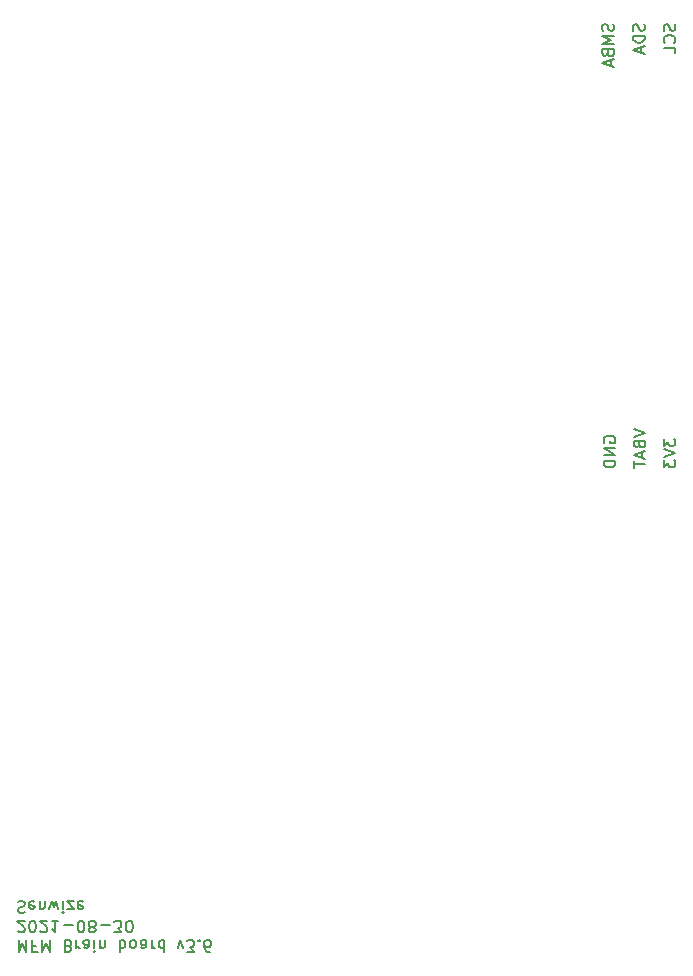
<source format=gbr>
%TF.GenerationSoftware,KiCad,Pcbnew,(5.1.10-1-10_14)*%
%TF.CreationDate,2021-08-31T00:30:18+02:00*%
%TF.ProjectId,mfm-v3-smd,6d666d2d-7633-42d7-936d-642e6b696361,rev?*%
%TF.SameCoordinates,Original*%
%TF.FileFunction,Legend,Bot*%
%TF.FilePolarity,Positive*%
%FSLAX46Y46*%
G04 Gerber Fmt 4.6, Leading zero omitted, Abs format (unit mm)*
G04 Created by KiCad (PCBNEW (5.1.10-1-10_14)) date 2021-08-31 00:30:18*
%MOMM*%
%LPD*%
G01*
G04 APERTURE LIST*
%ADD10C,0.150000*%
G04 APERTURE END LIST*
D10*
X28212095Y-162868619D02*
X28212095Y-163868619D01*
X28545428Y-163154333D01*
X28878761Y-163868619D01*
X28878761Y-162868619D01*
X29688285Y-163392428D02*
X29354952Y-163392428D01*
X29354952Y-162868619D02*
X29354952Y-163868619D01*
X29831142Y-163868619D01*
X30212095Y-162868619D02*
X30212095Y-163868619D01*
X30545428Y-163154333D01*
X30878761Y-163868619D01*
X30878761Y-162868619D01*
X32450190Y-163392428D02*
X32593047Y-163344809D01*
X32640666Y-163297190D01*
X32688285Y-163201952D01*
X32688285Y-163059095D01*
X32640666Y-162963857D01*
X32593047Y-162916238D01*
X32497809Y-162868619D01*
X32116857Y-162868619D01*
X32116857Y-163868619D01*
X32450190Y-163868619D01*
X32545428Y-163821000D01*
X32593047Y-163773380D01*
X32640666Y-163678142D01*
X32640666Y-163582904D01*
X32593047Y-163487666D01*
X32545428Y-163440047D01*
X32450190Y-163392428D01*
X32116857Y-163392428D01*
X33116857Y-162868619D02*
X33116857Y-163535285D01*
X33116857Y-163344809D02*
X33164476Y-163440047D01*
X33212095Y-163487666D01*
X33307333Y-163535285D01*
X33402571Y-163535285D01*
X34164476Y-162868619D02*
X34164476Y-163392428D01*
X34116857Y-163487666D01*
X34021619Y-163535285D01*
X33831142Y-163535285D01*
X33735904Y-163487666D01*
X34164476Y-162916238D02*
X34069238Y-162868619D01*
X33831142Y-162868619D01*
X33735904Y-162916238D01*
X33688285Y-163011476D01*
X33688285Y-163106714D01*
X33735904Y-163201952D01*
X33831142Y-163249571D01*
X34069238Y-163249571D01*
X34164476Y-163297190D01*
X34640666Y-162868619D02*
X34640666Y-163535285D01*
X34640666Y-163868619D02*
X34593047Y-163821000D01*
X34640666Y-163773380D01*
X34688285Y-163821000D01*
X34640666Y-163868619D01*
X34640666Y-163773380D01*
X35116857Y-163535285D02*
X35116857Y-162868619D01*
X35116857Y-163440047D02*
X35164476Y-163487666D01*
X35259714Y-163535285D01*
X35402571Y-163535285D01*
X35497809Y-163487666D01*
X35545428Y-163392428D01*
X35545428Y-162868619D01*
X36783523Y-162868619D02*
X36783523Y-163868619D01*
X36783523Y-163487666D02*
X36878761Y-163535285D01*
X37069238Y-163535285D01*
X37164476Y-163487666D01*
X37212095Y-163440047D01*
X37259714Y-163344809D01*
X37259714Y-163059095D01*
X37212095Y-162963857D01*
X37164476Y-162916238D01*
X37069238Y-162868619D01*
X36878761Y-162868619D01*
X36783523Y-162916238D01*
X37831142Y-162868619D02*
X37735904Y-162916238D01*
X37688285Y-162963857D01*
X37640666Y-163059095D01*
X37640666Y-163344809D01*
X37688285Y-163440047D01*
X37735904Y-163487666D01*
X37831142Y-163535285D01*
X37974000Y-163535285D01*
X38069238Y-163487666D01*
X38116857Y-163440047D01*
X38164476Y-163344809D01*
X38164476Y-163059095D01*
X38116857Y-162963857D01*
X38069238Y-162916238D01*
X37974000Y-162868619D01*
X37831142Y-162868619D01*
X39021619Y-162868619D02*
X39021619Y-163392428D01*
X38974000Y-163487666D01*
X38878761Y-163535285D01*
X38688285Y-163535285D01*
X38593047Y-163487666D01*
X39021619Y-162916238D02*
X38926380Y-162868619D01*
X38688285Y-162868619D01*
X38593047Y-162916238D01*
X38545428Y-163011476D01*
X38545428Y-163106714D01*
X38593047Y-163201952D01*
X38688285Y-163249571D01*
X38926380Y-163249571D01*
X39021619Y-163297190D01*
X39497809Y-162868619D02*
X39497809Y-163535285D01*
X39497809Y-163344809D02*
X39545428Y-163440047D01*
X39593047Y-163487666D01*
X39688285Y-163535285D01*
X39783523Y-163535285D01*
X40545428Y-162868619D02*
X40545428Y-163868619D01*
X40545428Y-162916238D02*
X40450190Y-162868619D01*
X40259714Y-162868619D01*
X40164476Y-162916238D01*
X40116857Y-162963857D01*
X40069238Y-163059095D01*
X40069238Y-163344809D01*
X40116857Y-163440047D01*
X40164476Y-163487666D01*
X40259714Y-163535285D01*
X40450190Y-163535285D01*
X40545428Y-163487666D01*
X41688285Y-163535285D02*
X41926380Y-162868619D01*
X42164476Y-163535285D01*
X42450190Y-163868619D02*
X43069238Y-163868619D01*
X42735904Y-163487666D01*
X42878761Y-163487666D01*
X42974000Y-163440047D01*
X43021619Y-163392428D01*
X43069238Y-163297190D01*
X43069238Y-163059095D01*
X43021619Y-162963857D01*
X42974000Y-162916238D01*
X42878761Y-162868619D01*
X42593047Y-162868619D01*
X42497809Y-162916238D01*
X42450190Y-162963857D01*
X43497809Y-162963857D02*
X43545428Y-162916238D01*
X43497809Y-162868619D01*
X43450190Y-162916238D01*
X43497809Y-162963857D01*
X43497809Y-162868619D01*
X44402571Y-163868619D02*
X44212095Y-163868619D01*
X44116857Y-163821000D01*
X44069238Y-163773380D01*
X43974000Y-163630523D01*
X43926380Y-163440047D01*
X43926380Y-163059095D01*
X43974000Y-162963857D01*
X44021619Y-162916238D01*
X44116857Y-162868619D01*
X44307333Y-162868619D01*
X44402571Y-162916238D01*
X44450190Y-162963857D01*
X44497809Y-163059095D01*
X44497809Y-163297190D01*
X44450190Y-163392428D01*
X44402571Y-163440047D01*
X44307333Y-163487666D01*
X44116857Y-163487666D01*
X44021619Y-163440047D01*
X43974000Y-163392428D01*
X43926380Y-163297190D01*
X28164476Y-162123380D02*
X28212095Y-162171000D01*
X28307333Y-162218619D01*
X28545428Y-162218619D01*
X28640666Y-162171000D01*
X28688285Y-162123380D01*
X28735904Y-162028142D01*
X28735904Y-161932904D01*
X28688285Y-161790047D01*
X28116857Y-161218619D01*
X28735904Y-161218619D01*
X29354952Y-162218619D02*
X29450190Y-162218619D01*
X29545428Y-162171000D01*
X29593047Y-162123380D01*
X29640666Y-162028142D01*
X29688285Y-161837666D01*
X29688285Y-161599571D01*
X29640666Y-161409095D01*
X29593047Y-161313857D01*
X29545428Y-161266238D01*
X29450190Y-161218619D01*
X29354952Y-161218619D01*
X29259714Y-161266238D01*
X29212095Y-161313857D01*
X29164476Y-161409095D01*
X29116857Y-161599571D01*
X29116857Y-161837666D01*
X29164476Y-162028142D01*
X29212095Y-162123380D01*
X29259714Y-162171000D01*
X29354952Y-162218619D01*
X30069238Y-162123380D02*
X30116857Y-162171000D01*
X30212095Y-162218619D01*
X30450190Y-162218619D01*
X30545428Y-162171000D01*
X30593047Y-162123380D01*
X30640666Y-162028142D01*
X30640666Y-161932904D01*
X30593047Y-161790047D01*
X30021619Y-161218619D01*
X30640666Y-161218619D01*
X31593047Y-161218619D02*
X31021619Y-161218619D01*
X31307333Y-161218619D02*
X31307333Y-162218619D01*
X31212095Y-162075761D01*
X31116857Y-161980523D01*
X31021619Y-161932904D01*
X32021619Y-161599571D02*
X32783523Y-161599571D01*
X33450190Y-162218619D02*
X33545428Y-162218619D01*
X33640666Y-162171000D01*
X33688285Y-162123380D01*
X33735904Y-162028142D01*
X33783523Y-161837666D01*
X33783523Y-161599571D01*
X33735904Y-161409095D01*
X33688285Y-161313857D01*
X33640666Y-161266238D01*
X33545428Y-161218619D01*
X33450190Y-161218619D01*
X33354952Y-161266238D01*
X33307333Y-161313857D01*
X33259714Y-161409095D01*
X33212095Y-161599571D01*
X33212095Y-161837666D01*
X33259714Y-162028142D01*
X33307333Y-162123380D01*
X33354952Y-162171000D01*
X33450190Y-162218619D01*
X34354952Y-161790047D02*
X34259714Y-161837666D01*
X34212095Y-161885285D01*
X34164476Y-161980523D01*
X34164476Y-162028142D01*
X34212095Y-162123380D01*
X34259714Y-162171000D01*
X34354952Y-162218619D01*
X34545428Y-162218619D01*
X34640666Y-162171000D01*
X34688285Y-162123380D01*
X34735904Y-162028142D01*
X34735904Y-161980523D01*
X34688285Y-161885285D01*
X34640666Y-161837666D01*
X34545428Y-161790047D01*
X34354952Y-161790047D01*
X34259714Y-161742428D01*
X34212095Y-161694809D01*
X34164476Y-161599571D01*
X34164476Y-161409095D01*
X34212095Y-161313857D01*
X34259714Y-161266238D01*
X34354952Y-161218619D01*
X34545428Y-161218619D01*
X34640666Y-161266238D01*
X34688285Y-161313857D01*
X34735904Y-161409095D01*
X34735904Y-161599571D01*
X34688285Y-161694809D01*
X34640666Y-161742428D01*
X34545428Y-161790047D01*
X35164476Y-161599571D02*
X35926380Y-161599571D01*
X36307333Y-162218619D02*
X36926380Y-162218619D01*
X36593047Y-161837666D01*
X36735904Y-161837666D01*
X36831142Y-161790047D01*
X36878761Y-161742428D01*
X36926380Y-161647190D01*
X36926380Y-161409095D01*
X36878761Y-161313857D01*
X36831142Y-161266238D01*
X36735904Y-161218619D01*
X36450190Y-161218619D01*
X36354952Y-161266238D01*
X36307333Y-161313857D01*
X37545428Y-162218619D02*
X37640666Y-162218619D01*
X37735904Y-162171000D01*
X37783523Y-162123380D01*
X37831142Y-162028142D01*
X37878761Y-161837666D01*
X37878761Y-161599571D01*
X37831142Y-161409095D01*
X37783523Y-161313857D01*
X37735904Y-161266238D01*
X37640666Y-161218619D01*
X37545428Y-161218619D01*
X37450190Y-161266238D01*
X37402571Y-161313857D01*
X37354952Y-161409095D01*
X37307333Y-161599571D01*
X37307333Y-161837666D01*
X37354952Y-162028142D01*
X37402571Y-162123380D01*
X37450190Y-162171000D01*
X37545428Y-162218619D01*
X28164476Y-159616238D02*
X28307333Y-159568619D01*
X28545428Y-159568619D01*
X28640666Y-159616238D01*
X28688285Y-159663857D01*
X28735904Y-159759095D01*
X28735904Y-159854333D01*
X28688285Y-159949571D01*
X28640666Y-159997190D01*
X28545428Y-160044809D01*
X28354952Y-160092428D01*
X28259714Y-160140047D01*
X28212095Y-160187666D01*
X28164476Y-160282904D01*
X28164476Y-160378142D01*
X28212095Y-160473380D01*
X28259714Y-160521000D01*
X28354952Y-160568619D01*
X28593047Y-160568619D01*
X28735904Y-160521000D01*
X29545428Y-159616238D02*
X29450190Y-159568619D01*
X29259714Y-159568619D01*
X29164476Y-159616238D01*
X29116857Y-159711476D01*
X29116857Y-160092428D01*
X29164476Y-160187666D01*
X29259714Y-160235285D01*
X29450190Y-160235285D01*
X29545428Y-160187666D01*
X29593047Y-160092428D01*
X29593047Y-159997190D01*
X29116857Y-159901952D01*
X30021619Y-160235285D02*
X30021619Y-159568619D01*
X30021619Y-160140047D02*
X30069238Y-160187666D01*
X30164476Y-160235285D01*
X30307333Y-160235285D01*
X30402571Y-160187666D01*
X30450190Y-160092428D01*
X30450190Y-159568619D01*
X30831142Y-160235285D02*
X31021619Y-159568619D01*
X31212095Y-160044809D01*
X31402571Y-159568619D01*
X31593047Y-160235285D01*
X31974000Y-159568619D02*
X31974000Y-160235285D01*
X31974000Y-160568619D02*
X31926380Y-160521000D01*
X31974000Y-160473380D01*
X32021619Y-160521000D01*
X31974000Y-160568619D01*
X31974000Y-160473380D01*
X32354952Y-160235285D02*
X32878761Y-160235285D01*
X32354952Y-159568619D01*
X32878761Y-159568619D01*
X33640666Y-159616238D02*
X33545428Y-159568619D01*
X33354952Y-159568619D01*
X33259714Y-159616238D01*
X33212095Y-159711476D01*
X33212095Y-160092428D01*
X33259714Y-160187666D01*
X33354952Y-160235285D01*
X33545428Y-160235285D01*
X33640666Y-160187666D01*
X33688285Y-160092428D01*
X33688285Y-159997190D01*
X33212095Y-159901952D01*
X77795500Y-120743285D02*
X77747880Y-120648047D01*
X77747880Y-120505190D01*
X77795500Y-120362333D01*
X77890738Y-120267095D01*
X77985976Y-120219476D01*
X78176452Y-120171857D01*
X78319309Y-120171857D01*
X78509785Y-120219476D01*
X78605023Y-120267095D01*
X78700261Y-120362333D01*
X78747880Y-120505190D01*
X78747880Y-120600428D01*
X78700261Y-120743285D01*
X78652642Y-120790904D01*
X78319309Y-120790904D01*
X78319309Y-120600428D01*
X78747880Y-121219476D02*
X77747880Y-121219476D01*
X78747880Y-121790904D01*
X77747880Y-121790904D01*
X78747880Y-122267095D02*
X77747880Y-122267095D01*
X77747880Y-122505190D01*
X77795500Y-122648047D01*
X77890738Y-122743285D01*
X77985976Y-122790904D01*
X78176452Y-122838523D01*
X78319309Y-122838523D01*
X78509785Y-122790904D01*
X78605023Y-122743285D01*
X78700261Y-122648047D01*
X78747880Y-122505190D01*
X78747880Y-122267095D01*
X82827880Y-120409952D02*
X82827880Y-121029000D01*
X83208833Y-120695666D01*
X83208833Y-120838523D01*
X83256452Y-120933761D01*
X83304071Y-120981380D01*
X83399309Y-121029000D01*
X83637404Y-121029000D01*
X83732642Y-120981380D01*
X83780261Y-120933761D01*
X83827880Y-120838523D01*
X83827880Y-120552809D01*
X83780261Y-120457571D01*
X83732642Y-120409952D01*
X82827880Y-121314714D02*
X83827880Y-121648047D01*
X82827880Y-121981380D01*
X82827880Y-122219476D02*
X82827880Y-122838523D01*
X83208833Y-122505190D01*
X83208833Y-122648047D01*
X83256452Y-122743285D01*
X83304071Y-122790904D01*
X83399309Y-122838523D01*
X83637404Y-122838523D01*
X83732642Y-122790904D01*
X83780261Y-122743285D01*
X83827880Y-122648047D01*
X83827880Y-122362333D01*
X83780261Y-122267095D01*
X83732642Y-122219476D01*
X80287880Y-119584547D02*
X81287880Y-119917880D01*
X80287880Y-120251214D01*
X80764071Y-120917880D02*
X80811690Y-121060738D01*
X80859309Y-121108357D01*
X80954547Y-121155976D01*
X81097404Y-121155976D01*
X81192642Y-121108357D01*
X81240261Y-121060738D01*
X81287880Y-120965500D01*
X81287880Y-120584547D01*
X80287880Y-120584547D01*
X80287880Y-120917880D01*
X80335500Y-121013119D01*
X80383119Y-121060738D01*
X80478357Y-121108357D01*
X80573595Y-121108357D01*
X80668833Y-121060738D01*
X80716452Y-121013119D01*
X80764071Y-120917880D01*
X80764071Y-120584547D01*
X81002166Y-121536928D02*
X81002166Y-122013119D01*
X81287880Y-121441690D02*
X80287880Y-121775023D01*
X81287880Y-122108357D01*
X80287880Y-122298833D02*
X80287880Y-122870261D01*
X81287880Y-122584547D02*
X80287880Y-122584547D01*
X83780261Y-85314476D02*
X83827880Y-85457333D01*
X83827880Y-85695428D01*
X83780261Y-85790666D01*
X83732642Y-85838285D01*
X83637404Y-85885904D01*
X83542166Y-85885904D01*
X83446928Y-85838285D01*
X83399309Y-85790666D01*
X83351690Y-85695428D01*
X83304071Y-85504952D01*
X83256452Y-85409714D01*
X83208833Y-85362095D01*
X83113595Y-85314476D01*
X83018357Y-85314476D01*
X82923119Y-85362095D01*
X82875500Y-85409714D01*
X82827880Y-85504952D01*
X82827880Y-85743047D01*
X82875500Y-85885904D01*
X83732642Y-86885904D02*
X83780261Y-86838285D01*
X83827880Y-86695428D01*
X83827880Y-86600190D01*
X83780261Y-86457333D01*
X83685023Y-86362095D01*
X83589785Y-86314476D01*
X83399309Y-86266857D01*
X83256452Y-86266857D01*
X83065976Y-86314476D01*
X82970738Y-86362095D01*
X82875500Y-86457333D01*
X82827880Y-86600190D01*
X82827880Y-86695428D01*
X82875500Y-86838285D01*
X82923119Y-86885904D01*
X83827880Y-87790666D02*
X83827880Y-87314476D01*
X82827880Y-87314476D01*
X78573261Y-85314476D02*
X78620880Y-85457333D01*
X78620880Y-85695428D01*
X78573261Y-85790666D01*
X78525642Y-85838285D01*
X78430404Y-85885904D01*
X78335166Y-85885904D01*
X78239928Y-85838285D01*
X78192309Y-85790666D01*
X78144690Y-85695428D01*
X78097071Y-85504952D01*
X78049452Y-85409714D01*
X78001833Y-85362095D01*
X77906595Y-85314476D01*
X77811357Y-85314476D01*
X77716119Y-85362095D01*
X77668500Y-85409714D01*
X77620880Y-85504952D01*
X77620880Y-85743047D01*
X77668500Y-85885904D01*
X78620880Y-86314476D02*
X77620880Y-86314476D01*
X78335166Y-86647809D01*
X77620880Y-86981142D01*
X78620880Y-86981142D01*
X78097071Y-87790666D02*
X78144690Y-87933523D01*
X78192309Y-87981142D01*
X78287547Y-88028761D01*
X78430404Y-88028761D01*
X78525642Y-87981142D01*
X78573261Y-87933523D01*
X78620880Y-87838285D01*
X78620880Y-87457333D01*
X77620880Y-87457333D01*
X77620880Y-87790666D01*
X77668500Y-87885904D01*
X77716119Y-87933523D01*
X77811357Y-87981142D01*
X77906595Y-87981142D01*
X78001833Y-87933523D01*
X78049452Y-87885904D01*
X78097071Y-87790666D01*
X78097071Y-87457333D01*
X78335166Y-88409714D02*
X78335166Y-88885904D01*
X78620880Y-88314476D02*
X77620880Y-88647809D01*
X78620880Y-88981142D01*
X81176761Y-85314476D02*
X81224380Y-85457333D01*
X81224380Y-85695428D01*
X81176761Y-85790666D01*
X81129142Y-85838285D01*
X81033904Y-85885904D01*
X80938666Y-85885904D01*
X80843428Y-85838285D01*
X80795809Y-85790666D01*
X80748190Y-85695428D01*
X80700571Y-85504952D01*
X80652952Y-85409714D01*
X80605333Y-85362095D01*
X80510095Y-85314476D01*
X80414857Y-85314476D01*
X80319619Y-85362095D01*
X80272000Y-85409714D01*
X80224380Y-85504952D01*
X80224380Y-85743047D01*
X80272000Y-85885904D01*
X81224380Y-86314476D02*
X80224380Y-86314476D01*
X80224380Y-86552571D01*
X80272000Y-86695428D01*
X80367238Y-86790666D01*
X80462476Y-86838285D01*
X80652952Y-86885904D01*
X80795809Y-86885904D01*
X80986285Y-86838285D01*
X81081523Y-86790666D01*
X81176761Y-86695428D01*
X81224380Y-86552571D01*
X81224380Y-86314476D01*
X80938666Y-87266857D02*
X80938666Y-87743047D01*
X81224380Y-87171619D02*
X80224380Y-87504952D01*
X81224380Y-87838285D01*
M02*

</source>
